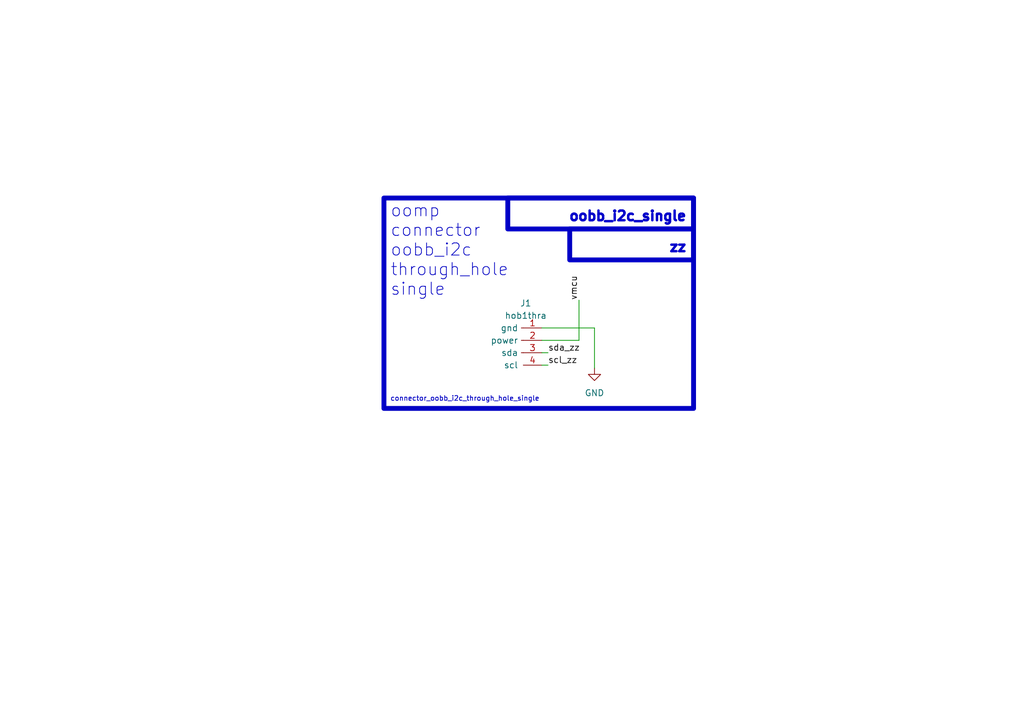
<source format=kicad_sch>
(kicad_sch (version 20230121) (generator eeschema)
  (paper "A5")
  (lib_symbols
    (symbol "oomlout_oomp_part_symbols:hob1thra_electronic_header_oobb_i2c_single_through_hole_right_angle" (pin_names (offset 1.016))
      (property "Reference" "J" (at 0 5.08 0))
      (property "Value" "hob1thra_electronic_header_oobb_i2c_single_through_hole_right_angle" (at 0 -7.62 0))
      (symbol "hob1thra_electronic_header_oobb_i2c_single_through_hole_right_angle_0_0"
        (text "" (at 2.54 -2.54 0) (effects (font (size 1.27 1.27))))
      )
      (symbol "hob1thra_electronic_header_oobb_i2c_single_through_hole_right_angle_1_1"
        (polyline (pts (xy 1.27 -2.54) (xy 0.8636 -2.54)) (stroke (width 0.1524)))
        (polyline (pts (xy 1.27 0) (xy 0.8636 0)) (stroke (width 0.1524)))
        (polyline (pts (xy 1.27 2.54) (xy 0.8636 2.54)) (stroke (width 0.1524)))
        (pin passive line (at 5.08 2.54 180) (length 3.81) (name "gnd") (number "1"))
        (pin passive line (at 5.08 0 180) (length 3.81) (name "power") (number "2"))
        (pin passive line (at 5.08 -2.54 180) (length 3.81) (name "sda") (number "3"))
        (pin passive line (at 5.08 -5.08 180) (length 3.81) (name "scl") (number "4"))
      )
    )
    (symbol "power:GND" (power) (pin_names (offset 0))
      (property "Value" "GND" (at 0 -3.81 0))
      (symbol "GND_0_1"
        (polyline (pts (xy 0 0) (xy 0 -1.27) (xy 1.27 -1.27) (xy 0 -2.54) (xy -1.27 -1.27) (xy 0 -1.27)))
      )
      (symbol "GND_1_1"
        (pin power_in line (at 0 0 270) (length 0) hide (name "GND") (number "1"))
      )
    )
  )
  (wire (pts (xy 121.92 75.565) (xy 121.92 67.31)))
  (wire (pts (xy 111.125 69.85) (xy 118.745 69.85)))
  (wire (pts (xy 111.125 74.93) (xy 112.395 74.93)))
  (wire (pts (xy 111.125 72.39) (xy 112.395 72.39)))
  (wire (pts (xy 121.92 67.31) (xy 111.125 67.31)))
  (wire (pts (xy 118.745 69.85) (xy 118.745 61.595)))
  (rectangle (start 116.84 46.99) (end 142.24 53.34) (stroke (width 1)))
  (rectangle (start 78.74 40.64) (end 142.24 83.82) (stroke (width 1)))
  (rectangle (start 104.14 40.64) (end 142.24 46.99) (stroke (width 1)))
  (text "zz" (at 140.97 52.07 0) (effects (font (size 2 2) (thickness 0.8) bold) (justify right bottom)))
  (text "oomp\nconnector\noobb_i2c\nthrough_hole\nsingle" (at 80.01 60.96 0) (effects (font (size 2.5 2.5)) (justify left bottom)))
  (text "connector_oobb_i2c_through_hole_single" (at 80.01 82.55 0) (effects (font (size 1 1)) (justify left bottom)))
  (text "oobb_i2c_single" (at 140.97 45.72 0) (effects (font (size 2 2) (thickness 0.8) bold) (justify right bottom)))
  (label "sda_zz" (at 112.395 72.39 0))
  (label "scl_zz" (at 112.395 74.93 0))
  (label "vmcu" (at 118.745 61.595 90))
  (symbol (lib_id "power:GND") (at 121.92 75.565 0) (unit 1)
    (property "Reference" "#PWR01" (effects hide))
    (property "Value" "GND" (at 121.92 80.645 0))
  )
  (symbol (lib_id "oomlout_oomp_part_symbols:hob1thra_electronic_header_oobb_i2c_single_through_hole_right_angle") (at 106.045 69.85 0) (unit 1)
    (property "Reference" "J1" (at 107.8278 62.23 0))
    (property "Value" "hob1thra" (at 107.8278 64.77 0))
    (property "Footprint" "oomlout_oomp_part_footprints:hob1thra_electronic_header_oobb_i2c_single_through_hole_right_angle" (effects hide))
    (property "Datasheet" "https://github.com/oomlout/oomlout_oomp_v3/parts/electronic_header_oobb_i2c_single_through_hole_right_angle/datasheet.pdf" (effects hide))
  )
)
</source>
